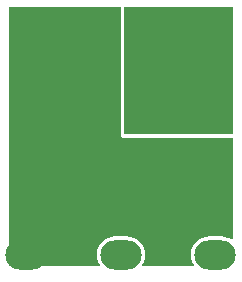
<source format=gbl>
G04*
G04 #@! TF.GenerationSoftware,Altium Limited,Altium Designer,19.1.8 (144)*
G04*
G04 Layer_Physical_Order=2*
G04 Layer_Color=16711680*
%FSLAX25Y25*%
%MOIN*%
G70*
G01*
G75*
G04:AMPARAMS|DCode=34|XSize=98.43mil|YSize=137.8mil|CornerRadius=49.21mil|HoleSize=0mil|Usage=FLASHONLY|Rotation=90.000|XOffset=0mil|YOffset=0mil|HoleType=Round|Shape=RoundedRectangle|*
%AMROUNDEDRECTD34*
21,1,0.09843,0.03937,0,0,90.0*
21,1,0.00000,0.13780,0,0,90.0*
1,1,0.09843,0.01968,0.00000*
1,1,0.09843,0.01968,0.00000*
1,1,0.09843,-0.01968,0.00000*
1,1,0.09843,-0.01968,0.00000*
%
%ADD34ROUNDEDRECTD34*%
%ADD35C,0.02756*%
G36*
X78706Y48031D02*
X42520D01*
Y90517D01*
X78706Y90517D01*
Y48031D01*
D02*
G37*
G36*
X41296D02*
X41389Y47563D01*
X41655Y47166D01*
X42052Y46901D01*
X42520Y46808D01*
X78706D01*
Y13174D01*
X78254Y12960D01*
X78220Y12988D01*
X77157Y13557D01*
X76003Y13907D01*
X74803Y14025D01*
X70866D01*
X69666Y13907D01*
X68512Y13557D01*
X67449Y12988D01*
X66517Y12223D01*
X65752Y11291D01*
X65184Y10228D01*
X64833Y9074D01*
X64715Y7874D01*
X64833Y6674D01*
X65184Y5520D01*
X65752Y4457D01*
X65780Y4423D01*
X65566Y3971D01*
X48607D01*
X48394Y4423D01*
X48421Y4457D01*
X48990Y5520D01*
X49340Y6674D01*
X49458Y7874D01*
X49340Y9074D01*
X48990Y10228D01*
X48421Y11291D01*
X47656Y12223D01*
X46724Y12988D01*
X45661Y13557D01*
X44507Y13907D01*
X43307Y14025D01*
X39370D01*
X38170Y13907D01*
X37016Y13557D01*
X35953Y12988D01*
X35021Y12223D01*
X34256Y11291D01*
X33687Y10228D01*
X33337Y9074D01*
X33219Y7874D01*
X33337Y6674D01*
X33687Y5520D01*
X34256Y4457D01*
X34284Y4423D01*
X34070Y3971D01*
X3971D01*
Y90517D01*
X41296Y90517D01*
Y48031D01*
D02*
G37*
D34*
X9843Y7874D02*
D03*
X72835D02*
D03*
X41339D02*
D03*
D35*
X36673Y41929D02*
D03*
X36654Y36811D02*
D03*
X41180D02*
D03*
X25599Y71260D02*
D03*
X19689D02*
D03*
X25599Y77165D02*
D03*
X13780D02*
D03*
X19689D02*
D03*
X13780Y71260D02*
D03*
X19689Y65354D02*
D03*
X13780D02*
D03*
X25599D02*
D03*
X68512Y65748D02*
D03*
X56693D02*
D03*
X62603D02*
D03*
X56693Y71653D02*
D03*
X62603Y77559D02*
D03*
X56693D02*
D03*
X68512D02*
D03*
X62603Y71653D02*
D03*
X68512D02*
D03*
X41180Y41929D02*
D03*
X45661D02*
D03*
Y36811D02*
D03*
M02*

</source>
